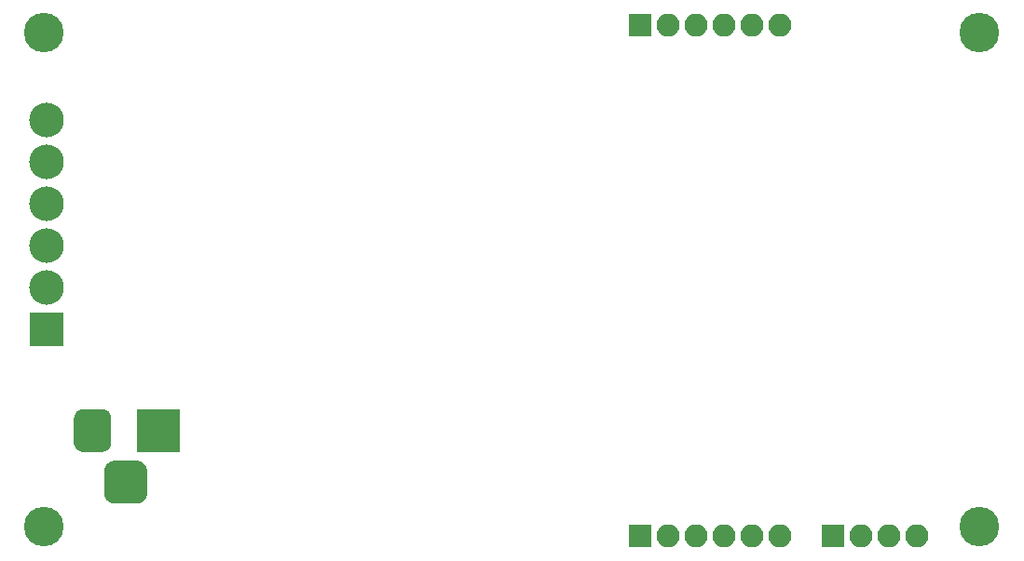
<source format=gbr>
G04 #@! TF.GenerationSoftware,KiCad,Pcbnew,5.0.0-fee4fd1~65~ubuntu16.04.1*
G04 #@! TF.CreationDate,2018-07-29T13:14:09-07:00*
G04 #@! TF.ProjectId,wifistepper,77696669737465707065722E6B696361,rev?*
G04 #@! TF.SameCoordinates,Original*
G04 #@! TF.FileFunction,Soldermask,Bot*
G04 #@! TF.FilePolarity,Negative*
%FSLAX46Y46*%
G04 Gerber Fmt 4.6, Leading zero omitted, Abs format (unit mm)*
G04 Created by KiCad (PCBNEW 5.0.0-fee4fd1~65~ubuntu16.04.1) date Sun Jul 29 13:14:09 2018*
%MOMM*%
%LPD*%
G01*
G04 APERTURE LIST*
%ADD10C,3.600000*%
%ADD11R,3.900000X3.900000*%
%ADD12C,0.100000*%
%ADD13C,3.400000*%
%ADD14C,3.900000*%
%ADD15R,3.150000X3.150000*%
%ADD16C,3.150000*%
%ADD17R,2.100000X2.100000*%
%ADD18O,2.100000X2.100000*%
G04 APERTURE END LIST*
D10*
G04 #@! TO.C,REF\002A\002A*
X120000000Y-70000000D03*
G04 #@! TD*
G04 #@! TO.C,REF\002A\002A*
X120000000Y-115000000D03*
G04 #@! TD*
G04 #@! TO.C,REF\002A\002A*
X35000000Y-115000000D03*
G04 #@! TD*
D11*
G04 #@! TO.C,J1*
X45400000Y-106200000D03*
D12*
G36*
X40333315Y-104254093D02*
X40415827Y-104266333D01*
X40496742Y-104286601D01*
X40575281Y-104314702D01*
X40650687Y-104350367D01*
X40722235Y-104393251D01*
X40789234Y-104442941D01*
X40851041Y-104498959D01*
X40907059Y-104560766D01*
X40956749Y-104627765D01*
X40999633Y-104699313D01*
X41035298Y-104774719D01*
X41063399Y-104853258D01*
X41083667Y-104934173D01*
X41095907Y-105016685D01*
X41100000Y-105100000D01*
X41100000Y-107300000D01*
X41095907Y-107383315D01*
X41083667Y-107465827D01*
X41063399Y-107546742D01*
X41035298Y-107625281D01*
X40999633Y-107700687D01*
X40956749Y-107772235D01*
X40907059Y-107839234D01*
X40851041Y-107901041D01*
X40789234Y-107957059D01*
X40722235Y-108006749D01*
X40650687Y-108049633D01*
X40575281Y-108085298D01*
X40496742Y-108113399D01*
X40415827Y-108133667D01*
X40333315Y-108145907D01*
X40250000Y-108150000D01*
X38550000Y-108150000D01*
X38466685Y-108145907D01*
X38384173Y-108133667D01*
X38303258Y-108113399D01*
X38224719Y-108085298D01*
X38149313Y-108049633D01*
X38077765Y-108006749D01*
X38010766Y-107957059D01*
X37948959Y-107901041D01*
X37892941Y-107839234D01*
X37843251Y-107772235D01*
X37800367Y-107700687D01*
X37764702Y-107625281D01*
X37736601Y-107546742D01*
X37716333Y-107465827D01*
X37704093Y-107383315D01*
X37700000Y-107300000D01*
X37700000Y-105100000D01*
X37704093Y-105016685D01*
X37716333Y-104934173D01*
X37736601Y-104853258D01*
X37764702Y-104774719D01*
X37800367Y-104699313D01*
X37843251Y-104627765D01*
X37892941Y-104560766D01*
X37948959Y-104498959D01*
X38010766Y-104442941D01*
X38077765Y-104393251D01*
X38149313Y-104350367D01*
X38224719Y-104314702D01*
X38303258Y-104286601D01*
X38384173Y-104266333D01*
X38466685Y-104254093D01*
X38550000Y-104250000D01*
X40250000Y-104250000D01*
X40333315Y-104254093D01*
X40333315Y-104254093D01*
G37*
D13*
X39400000Y-106200000D03*
D12*
G36*
X43470567Y-108954695D02*
X43565213Y-108968734D01*
X43658028Y-108991983D01*
X43748116Y-109024217D01*
X43834612Y-109065127D01*
X43916681Y-109114317D01*
X43993533Y-109171315D01*
X44064429Y-109235571D01*
X44128685Y-109306467D01*
X44185683Y-109383319D01*
X44234873Y-109465388D01*
X44275783Y-109551884D01*
X44308017Y-109641972D01*
X44331266Y-109734787D01*
X44345305Y-109829433D01*
X44350000Y-109925000D01*
X44350000Y-111875000D01*
X44345305Y-111970567D01*
X44331266Y-112065213D01*
X44308017Y-112158028D01*
X44275783Y-112248116D01*
X44234873Y-112334612D01*
X44185683Y-112416681D01*
X44128685Y-112493533D01*
X44064429Y-112564429D01*
X43993533Y-112628685D01*
X43916681Y-112685683D01*
X43834612Y-112734873D01*
X43748116Y-112775783D01*
X43658028Y-112808017D01*
X43565213Y-112831266D01*
X43470567Y-112845305D01*
X43375000Y-112850000D01*
X41425000Y-112850000D01*
X41329433Y-112845305D01*
X41234787Y-112831266D01*
X41141972Y-112808017D01*
X41051884Y-112775783D01*
X40965388Y-112734873D01*
X40883319Y-112685683D01*
X40806467Y-112628685D01*
X40735571Y-112564429D01*
X40671315Y-112493533D01*
X40614317Y-112416681D01*
X40565127Y-112334612D01*
X40524217Y-112248116D01*
X40491983Y-112158028D01*
X40468734Y-112065213D01*
X40454695Y-111970567D01*
X40450000Y-111875000D01*
X40450000Y-109925000D01*
X40454695Y-109829433D01*
X40468734Y-109734787D01*
X40491983Y-109641972D01*
X40524217Y-109551884D01*
X40565127Y-109465388D01*
X40614317Y-109383319D01*
X40671315Y-109306467D01*
X40735571Y-109235571D01*
X40806467Y-109171315D01*
X40883319Y-109114317D01*
X40965388Y-109065127D01*
X41051884Y-109024217D01*
X41141972Y-108991983D01*
X41234787Y-108968734D01*
X41329433Y-108954695D01*
X41425000Y-108950000D01*
X43375000Y-108950000D01*
X43470567Y-108954695D01*
X43470567Y-108954695D01*
G37*
D14*
X42400000Y-110900000D03*
G04 #@! TD*
D15*
G04 #@! TO.C,J2*
X35200000Y-97010000D03*
D16*
X35200000Y-93200000D03*
X35200000Y-89390000D03*
X35200000Y-85580000D03*
X35200000Y-81770000D03*
X35200000Y-77960000D03*
G04 #@! TD*
D17*
G04 #@! TO.C,J3*
X89154000Y-69342000D03*
D18*
X91694000Y-69342000D03*
X94234000Y-69342000D03*
X96774000Y-69342000D03*
X99314000Y-69342000D03*
X101854000Y-69342000D03*
G04 #@! TD*
G04 #@! TO.C,J4*
X101854000Y-115824000D03*
X99314000Y-115824000D03*
X96774000Y-115824000D03*
X94234000Y-115824000D03*
X91694000Y-115824000D03*
D17*
X89154000Y-115824000D03*
G04 #@! TD*
G04 #@! TO.C,J5*
X106680000Y-115824000D03*
D18*
X109220000Y-115824000D03*
X111760000Y-115824000D03*
X114300000Y-115824000D03*
G04 #@! TD*
D10*
G04 #@! TO.C,REF\002A\002A*
X35000000Y-70000000D03*
G04 #@! TD*
M02*

</source>
